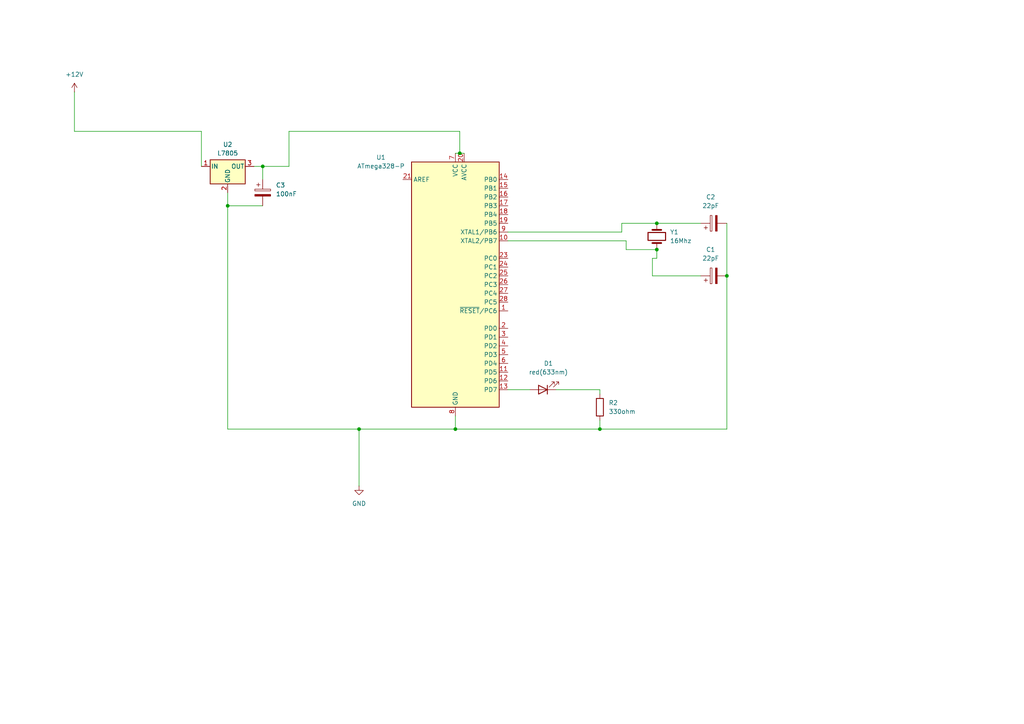
<source format=kicad_sch>
(kicad_sch (version 20250114) (generator "eeschema") (generator_version "9.0")
  (paper "A4")
  (lib_symbols
    (symbol "Device:C_Polarized" (pin_numbers (hide yes)) (pin_names (offset 0.254))
      (property "Reference" "C" (at 0.635 2.54 0))
      (property "Value" "C_Polarized" (at 0.635 -2.54 0))
      (symbol "C_Polarized_0_1"
        (rectangle (start -2.286 0.508) (end 2.286 1.016))
        (polyline (pts (xy -1.778 2.286) (xy -0.762 2.286)))
        (polyline (pts (xy -1.27 2.794) (xy -1.27 1.778)))
        (rectangle (start 2.286 -0.508) (end -2.286 -1.016) (fill (type outline)))
      )
      (symbol "C_Polarized_1_1"
        (pin passive line (at 0 3.81 270) (length 2.794) (name "~") (number "1"))
        (pin passive line (at 0 -3.81 90) (length 2.794) (name "~") (number "2"))
      )
    )
    (symbol "Device:Crystal" (pin_numbers (hide yes)) (pin_names (offset 1.016) (hide yes))
      (property "Reference" "Y" (at 0 3.81 0))
      (property "Value" "Crystal" (at 0 -3.81 0))
      (symbol "Crystal_0_1"
        (polyline (pts (xy -2.54 0) (xy -1.905 0)))
        (polyline (pts (xy -1.905 -1.27) (xy -1.905 1.27)) (stroke (width 0.508)))
        (rectangle (start -1.143 2.54) (end 1.143 -2.54) (stroke (width 0.3048)))
        (polyline (pts (xy 1.905 -1.27) (xy 1.905 1.27)) (stroke (width 0.508)))
        (polyline (pts (xy 2.54 0) (xy 1.905 0)))
      )
      (symbol "Crystal_1_1"
        (pin passive line (at -3.81 0 0) (length 1.27) (name "1") (number "1"))
        (pin passive line (at 3.81 0 180) (length 1.27) (name "2") (number "2"))
      )
    )
    (symbol "Device:LED" (pin_numbers (hide yes)) (pin_names (offset 1.016) (hide yes))
      (property "Reference" "D" (at 0 2.54 0))
      (property "Value" "LED" (at 0 -2.54 0))
      (symbol "LED_0_1"
        (polyline (pts (xy -3.048 -0.762) (xy -4.572 -2.286) (xy -3.81 -2.286) (xy -4.572 -2.286) (xy -4.572 -1.524)))
        (polyline (pts (xy -1.778 -0.762) (xy -3.302 -2.286) (xy -2.54 -2.286) (xy -3.302 -2.286) (xy -3.302 -1.524)))
        (polyline (pts (xy -1.27 0) (xy 1.27 0)))
        (polyline (pts (xy -1.27 -1.27) (xy -1.27 1.27)) (stroke (width 0.254)))
        (polyline (pts (xy 1.27 -1.27) (xy 1.27 1.27) (xy -1.27 0) (xy 1.27 -1.27)) (stroke (width 0.254)))
      )
      (symbol "LED_1_1"
        (pin passive line (at -3.81 0 0) (length 2.54) (name "K") (number "1"))
        (pin passive line (at 3.81 0 180) (length 2.54) (name "A") (number "2"))
      )
    )
    (symbol "Device:R" (pin_numbers (hide yes)) (pin_names (offset 0))
      (property "Reference" "R" (at 2.032 0 90))
      (property "Value" "R" (at 0 0 90))
      (symbol "R_0_1"
        (rectangle (start -1.016 -2.54) (end 1.016 2.54) (stroke (width 0.254)))
      )
      (symbol "R_1_1"
        (pin passive line (at 0 3.81 270) (length 1.27) (name "~") (number "1"))
        (pin passive line (at 0 -3.81 90) (length 1.27) (name "~") (number "2"))
      )
    )
    (symbol "MCU_Microchip_ATmega:ATmega328-P"
      (property "Reference" "U" (at -12.7 36.83 0))
      (property "Value" "ATmega328-P" (at 2.54 -36.83 0))
      (symbol "ATmega328-P_0_1"
        (rectangle (start -12.7 -35.56) (end 12.7 35.56) (stroke (width 0.254)) (fill (type background)))
      )
      (symbol "ATmega328-P_1_1"
        (pin passive line (at -15.24 30.48 0) (length 2.54) (name "AREF") (number "21"))
        (pin power_in line (at 0 38.1 270) (length 2.54) (name "VCC") (number "7"))
        (pin passive line (at 0 -38.1 90) (length 2.54) (hide yes) (name "GND") (number "22"))
        (pin power_in line (at 0 -38.1 90) (length 2.54) (name "GND") (number "8"))
        (pin power_in line (at 2.54 38.1 270) (length 2.54) (name "AVCC") (number "20"))
        (pin bidirectional line (at 15.24 30.48 180) (length 2.54) (name "PB0") (number "14"))
        (pin bidirectional line (at 15.24 27.94 180) (length 2.54) (name "PB1") (number "15"))
        (pin bidirectional line (at 15.24 25.4 180) (length 2.54) (name "PB2") (number "16"))
        (pin bidirectional line (at 15.24 22.86 180) (length 2.54) (name "PB3") (number "17"))
        (pin bidirectional line (at 15.24 20.32 180) (length 2.54) (name "PB4") (number "18"))
        (pin bidirectional line (at 15.24 17.78 180) (length 2.54) (name "PB5") (number "19"))
        (pin bidirectional line (at 15.24 15.24 180) (length 2.54) (name "XTAL1/PB6") (number "9"))
        (pin bidirectional line (at 15.24 12.7 180) (length 2.54) (name "XTAL2/PB7") (number "10"))
        (pin bidirectional line (at 15.24 7.62 180) (length 2.54) (name "PC0") (number "23"))
        (pin bidirectional line (at 15.24 5.08 180) (length 2.54) (name "PC1") (number "24"))
        (pin bidirectional line (at 15.24 2.54 180) (length 2.54) (name "PC2") (number "25"))
        (pin bidirectional line (at 15.24 0 180) (length 2.54) (name "PC3") (number "26"))
        (pin bidirectional line (at 15.24 -2.54 180) (length 2.54) (name "PC4") (number "27"))
        (pin bidirectional line (at 15.24 -5.08 180) (length 2.54) (name "PC5") (number "28"))
        (pin bidirectional line (at 15.24 -7.62 180) (length 2.54) (name "~{RESET}/PC6") (number "1"))
        (pin bidirectional line (at 15.24 -12.7 180) (length 2.54) (name "PD0") (number "2"))
        (pin bidirectional line (at 15.24 -15.24 180) (length 2.54) (name "PD1") (number "3"))
        (pin bidirectional line (at 15.24 -17.78 180) (length 2.54) (name "PD2") (number "4"))
        (pin bidirectional line (at 15.24 -20.32 180) (length 2.54) (name "PD3") (number "5"))
        (pin bidirectional line (at 15.24 -22.86 180) (length 2.54) (name "PD4") (number "6"))
        (pin bidirectional line (at 15.24 -25.4 180) (length 2.54) (name "PD5") (number "11"))
        (pin bidirectional line (at 15.24 -27.94 180) (length 2.54) (name "PD6") (number "12"))
        (pin bidirectional line (at 15.24 -30.48 180) (length 2.54) (name "PD7") (number "13"))
      )
    )
    (symbol "Regulator_Linear:L7805" (pin_names (offset 0.254))
      (property "Reference" "U" (at -3.81 3.175 0))
      (property "Value" "L7805" (at 0 3.175 0))
      (symbol "L7805_0_1"
        (rectangle (start -5.08 1.905) (end 5.08 -5.08) (stroke (width 0.254)) (fill (type background)))
      )
      (symbol "L7805_1_1"
        (pin power_in line (at -7.62 0 0) (length 2.54) (name "IN") (number "1"))
        (pin power_in line (at 0 -7.62 90) (length 2.54) (name "GND") (number "2"))
        (pin power_out line (at 7.62 0 180) (length 2.54) (name "OUT") (number "3"))
      )
    )
    (symbol "power:+12V" (power) (pin_numbers (hide yes)) (pin_names (offset 0) (hide yes))
      (property "Value" "+12V" (at 0 3.556 0))
      (symbol "+12V_0_1"
        (polyline (pts (xy -0.762 1.27) (xy 0 2.54)))
        (polyline (pts (xy 0 2.54) (xy 0.762 1.27)))
        (polyline (pts (xy 0 0) (xy 0 2.54)))
      )
      (symbol "+12V_1_1"
        (pin power_in line (at 0 0 90) (length 0) (name "~") (number "1"))
      )
    )
    (symbol "power:GND" (power) (pin_numbers (hide yes)) (pin_names (offset 0) (hide yes))
      (property "Value" "GND" (at 0 -3.81 0))
      (symbol "GND_0_1"
        (polyline (pts (xy 0 0) (xy 0 -1.27) (xy 1.27 -1.27) (xy 0 -2.54) (xy -1.27 -1.27) (xy 0 -1.27)))
      )
      (symbol "GND_1_1"
        (pin power_in line (at 0 0 270) (length 0) (name "~") (number "1"))
      )
    )
  )
  (junction (at 190.5 72.39))
  (junction (at 132.08 124.46))
  (junction (at 76.2 48.26))
  (junction (at 210.82 80.01))
  (junction (at 104.14 124.46))
  (junction (at 133.35 44.45))
  (junction (at 66.04 59.69))
  (junction (at 190.5 64.77))
  (junction (at 173.99 124.46))
  (wire (pts (xy 189.23 74.93) (xy 190.5 74.93)))
  (wire (pts (xy 132.08 44.45) (xy 133.35 44.45)))
  (wire (pts (xy 180.34 67.31) (xy 180.34 64.77)))
  (wire (pts (xy 83.82 38.1) (xy 133.35 38.1)))
  (wire (pts (xy 181.61 69.85) (xy 147.32 69.85)))
  (wire (pts (xy 132.08 120.65) (xy 132.08 124.46)))
  (wire (pts (xy 133.35 38.1) (xy 133.35 44.45)))
  (wire (pts (xy 190.5 64.77) (xy 203.2 64.77)))
  (wire (pts (xy 190.5 74.93) (xy 190.5 72.39)))
  (wire (pts (xy 21.59 26.67) (xy 21.59 38.1)))
  (wire (pts (xy 66.04 55.88) (xy 66.04 59.69)))
  (wire (pts (xy 173.99 113.03) (xy 173.99 114.3)))
  (wire (pts (xy 189.23 80.01) (xy 189.23 74.93)))
  (wire (pts (xy 66.04 59.69) (xy 66.04 124.46)))
  (wire (pts (xy 133.35 44.45) (xy 134.62 44.45)))
  (wire (pts (xy 104.14 124.46) (xy 66.04 124.46)))
  (wire (pts (xy 21.59 38.1) (xy 58.42 38.1)))
  (wire (pts (xy 173.99 124.46) (xy 210.82 124.46)))
  (wire (pts (xy 76.2 48.26) (xy 73.66 48.26)))
  (wire (pts (xy 147.32 113.03) (xy 153.67 113.03)))
  (wire (pts (xy 83.82 38.1) (xy 83.82 48.26)))
  (wire (pts (xy 132.08 124.46) (xy 173.99 124.46)))
  (wire (pts (xy 180.34 64.77) (xy 190.5 64.77)))
  (wire (pts (xy 104.14 124.46) (xy 104.14 140.97)))
  (wire (pts (xy 210.82 64.77) (xy 210.82 80.01)))
  (wire (pts (xy 173.99 121.92) (xy 173.99 124.46)))
  (wire (pts (xy 58.42 38.1) (xy 58.42 48.26)))
  (wire (pts (xy 76.2 48.26) (xy 76.2 52.07)))
  (wire (pts (xy 132.08 124.46) (xy 104.14 124.46)))
  (wire (pts (xy 161.29 113.03) (xy 173.99 113.03)))
  (wire (pts (xy 189.23 80.01) (xy 203.2 80.01)))
  (wire (pts (xy 210.82 80.01) (xy 210.82 124.46)))
  (wire (pts (xy 76.2 59.69) (xy 66.04 59.69)))
  (wire (pts (xy 83.82 48.26) (xy 76.2 48.26)))
  (wire (pts (xy 181.61 72.39) (xy 181.61 69.85)))
  (wire (pts (xy 147.32 67.31) (xy 180.34 67.31)))
  (wire (pts (xy 190.5 72.39) (xy 181.61 72.39)))
  (symbol (lib_id "Device:R") (at 173.99 118.11 0) (unit 1)
    (property "Reference" "R2" (at 176.53 116.8399 0) (effects (justify left)))
    (property "Value" "330ohm" (at 176.53 119.3799 0) (effects (justify left)))
    (property "Description" "Resistor" (effects (hide yes)))
  )
  (symbol (lib_id "power:+12V") (at 21.59 26.67 0) (unit 1)
    (property "Reference" "#PWR01" (effects (hide yes)))
    (property "Value" "+12V" (at 21.59 21.59 0))
    (property "Description" "Power symbol creates a global label with name \"+12V\"" (effects (hide yes)))
  )
  (symbol (lib_id "Device:C_Polarized") (at 207.01 80.01 90) (unit 1)
    (property "Reference" "C1" (at 206.121 72.39 90))
    (property "Value" "22pF" (at 206.121 74.93 90))
    (property "Description" "Polarized capacitor" (effects (hide yes)))
  )
  (symbol (lib_id "Device:Crystal") (at 190.5 68.58 270) (unit 1)
    (property "Reference" "Y1" (at 194.31 67.3099 90) (effects (justify left)))
    (property "Value" "16Mhz" (at 194.31 69.8499 90) (effects (justify left)))
    (property "Description" "Two pin crystal" (effects (hide yes)))
  )
  (symbol (lib_id "power:GND") (at 104.14 140.97 0) (unit 1)
    (property "Reference" "#PWR02" (effects (hide yes)))
    (property "Value" "GND" (at 104.14 146.05 0))
    (property "Description" "Power symbol creates a global label with name \"GND\" , ground" (effects (hide yes)))
  )
  (symbol (lib_id "Device:LED") (at 157.48 113.03 180) (unit 1)
    (property "Reference" "D1" (at 159.0675 105.41 0))
    (property "Value" "red(633nm)" (at 159.0675 107.95 0))
    (property "Description" "Light emitting diode" (effects (hide yes)))
    (property "Sim.Pins" "1=K 2=A" (effects (hide yes)))
  )
  (symbol (lib_id "MCU_Microchip_ATmega:ATmega328-P") (at 132.08 82.55 0) (unit 1)
    (property "Reference" "U1" (at 110.49 45.6498 0))
    (property "Value" "ATmega328-P" (at 110.49 48.1898 0))
    (property "Footprint" "Package_DIP:DIP-28_W7.62mm" (effects (hide yes)))
    (property "Datasheet" "http://ww1.microchip.com/downloads/en/DeviceDoc/ATmega328_P%20AVR%20MCU%20with%20picoPower%20Technology%20Data%20Sheet%2040001984A.pdf" (effects (hide yes)))
    (property "Description" "20MHz, 32kB Flash, 2kB SRAM, 1kB EEPROM, DIP-28" (effects (hide yes)))
  )
  (symbol (lib_id "Device:C_Polarized") (at 207.01 64.77 90) (unit 1)
    (property "Reference" "C2" (at 206.121 57.15 90))
    (property "Value" "22pF" (at 206.121 59.69 90))
    (property "Description" "Polarized capacitor" (effects (hide yes)))
  )
  (symbol (lib_id "Device:C_Polarized") (at 76.2 55.88 0) (unit 1)
    (property "Reference" "C3" (at 80.01 53.7209 0) (effects (justify left)))
    (property "Value" "100nF" (at 80.01 56.2609 0) (effects (justify left)))
    (property "Description" "Polarized capacitor" (effects (hide yes)))
  )
  (symbol (lib_id "Regulator_Linear:L7805") (at 66.04 48.26 0) (unit 1)
    (property "Reference" "U2" (at 66.04 41.91 0))
    (property "Value" "L7805" (at 66.04 44.45 0))
    (property "Datasheet" "http://www.st.com/content/ccc/resource/technical/document/datasheet/41/4f/b3/b0/12/d4/47/88/CD00000444.pdf/files/CD00000444.pdf/jcr:content/translations/en.CD00000444.pdf" (effects (hide yes)))
    (property "Description" "Positive 1.5A 35V Linear Regulator, Fixed Output 5V, TO-220/TO-263/TO-252" (effects (hide yes)))
  )
)
</source>
